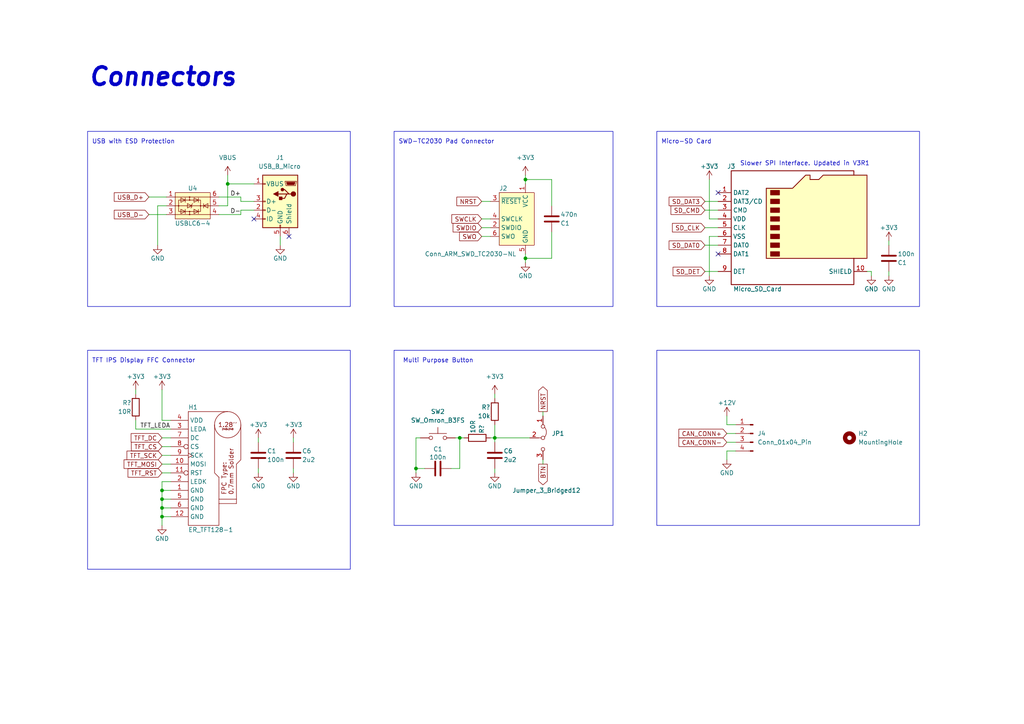
<source format=kicad_sch>
(kicad_sch (version 20230121) (generator eeschema)
  (paper "A4")
  (title_block (date "2023-08-02") (rev "R0") (company "s-grundner"))
  (lib_symbols
    (symbol "Connector:Conn_01x04_Pin" (pin_names (offset 1.016) hide)
      (property "Reference" "J" (at 0 5.08 0))
      (property "Value" "Conn_01x04_Pin" (at 0 -7.62 0))
      (symbol "Conn_01x04_Pin_1_1"
        (polyline (pts (xy 1.27 -5.08) (xy 0.8636 -5.08)) (stroke (width 0.1524)))
        (polyline (pts (xy 1.27 -2.54) (xy 0.8636 -2.54)) (stroke (width 0.1524)))
        (polyline (pts (xy 1.27 0) (xy 0.8636 0)) (stroke (width 0.1524)))
        (polyline (pts (xy 1.27 2.54) (xy 0.8636 2.54)) (stroke (width 0.1524)))
        (rectangle (start 0.8636 -4.953) (end 0 -5.207) (stroke (width 0.1524)) (fill (type outline)))
        (rectangle (start 0.8636 -2.413) (end 0 -2.667) (stroke (width 0.1524)) (fill (type outline)))
        (rectangle (start 0.8636 0.127) (end 0 -0.127) (stroke (width 0.1524)) (fill (type outline)))
        (rectangle (start 0.8636 2.667) (end 0 2.413) (stroke (width 0.1524)) (fill (type outline)))
        (pin passive line (at 5.08 2.54 180) (length 3.81) (name "Pin_1") (number "1"))
        (pin passive line (at 5.08 0 180) (length 3.81) (name "Pin_2") (number "2"))
        (pin passive line (at 5.08 -2.54 180) (length 3.81) (name "Pin_3") (number "3"))
        (pin passive line (at 5.08 -5.08 180) (length 3.81) (name "Pin_4") (number "4"))
      )
    )
    (symbol "Connector:Conn_ARM_SWD_TagConnect_TC2030-NL" (in_bom no)
      (property "Reference" "J" (at 2.54 11.43 0))
      (property "Value" "Conn_ARM_SWD_TagConnect_TC2030-NL" (at 2.54 8.89 0))
      (symbol "Conn_ARM_SWD_TagConnect_TC2030-NL_0_0"
        (pin power_in line (at -2.54 10.16 270) (length 2.54) (name "VCC") (number "1"))
        (pin bidirectional line (at 7.62 -2.54 180) (length 2.54) (name "SWDIO") (number "2"))
        (pin open_collector line (at 7.62 5.08 180) (length 2.54) (name "~{RESET}") (number "3"))
        (pin output line (at 7.62 0 180) (length 2.54) (name "SWCLK") (number "4"))
        (pin power_in line (at -2.54 -10.16 90) (length 2.54) (name "GND") (number "5"))
        (pin input line (at 7.62 -5.08 180) (length 2.54) (name "SWO") (number "6"))
      )
      (symbol "Conn_ARM_SWD_TagConnect_TC2030-NL_0_1"
        (rectangle (start -5.08 7.62) (end 5.08 -7.62) (fill (type background)))
      )
    )
    (symbol "Connector:Micro_SD_Card_Det1"
      (property "Reference" "J" (at -16.51 17.78 0))
      (property "Value" "Micro_SD_Card_Det1" (at 16.51 17.78 0))
      (property "LCSC Part #" "C428492" (at 0 0 0))
      (symbol "Micro_SD_Card_Det1_0_1"
        (rectangle (start -7.62 -6.985) (end -5.08 -8.255) (stroke (width 0.254)) (fill (type outline)))
        (rectangle (start -7.62 -4.445) (end -5.08 -5.715) (stroke (width 0.254)) (fill (type outline)))
        (rectangle (start -7.62 -1.905) (end -5.08 -3.175) (stroke (width 0.254)) (fill (type outline)))
        (rectangle (start -7.62 0.635) (end -5.08 -0.635) (stroke (width 0.254)) (fill (type outline)))
        (rectangle (start -7.62 3.175) (end -5.08 1.905) (stroke (width 0.254)) (fill (type outline)))
        (rectangle (start -7.62 5.715) (end -5.08 4.445) (stroke (width 0.254)) (fill (type outline)))
        (rectangle (start -7.62 8.255) (end -5.08 6.985) (stroke (width 0.254)) (fill (type outline)))
        (rectangle (start -7.62 10.795) (end -5.08 9.525) (stroke (width 0.254)) (fill (type outline)))
        (polyline (pts (xy 16.51 15.24) (xy 16.51 16.51) (xy -19.05 16.51) (xy -19.05 -16.51) (xy 16.51 -16.51) (xy 16.51 -8.89)) (stroke (width 0.254)))
        (polyline (pts (xy -8.89 -8.89) (xy -8.89 11.43) (xy -1.27 11.43) (xy 2.54 15.24) (xy 3.81 15.24) (xy 3.81 13.97) (xy 6.35 13.97) (xy 7.62 15.24) (xy 20.32 15.24) (xy 20.32 -8.89) (xy -8.89 -8.89)) (stroke (width 0.254)) (fill (type background)))
      )
      (symbol "Micro_SD_Card_Det1_1_1"
        (pin bidirectional line (at -22.86 10.16 0) (length 3.81) (name "DAT2") (number "1"))
        (pin passive line (at 20.32 -12.7 180) (length 3.81) (name "SHIELD") (number "10"))
        (pin bidirectional line (at -22.86 7.62 0) (length 3.81) (name "DAT3/CD") (number "2"))
        (pin input line (at -22.86 5.08 0) (length 3.81) (name "CMD") (number "3"))
        (pin power_in line (at -22.86 2.54 0) (length 3.81) (name "VDD") (number "4"))
        (pin input line (at -22.86 0 0) (length 3.81) (name "CLK") (number "5"))
        (pin power_in line (at -22.86 -2.54 0) (length 3.81) (name "VSS") (number "6"))
        (pin bidirectional line (at -22.86 -5.08 0) (length 3.81) (name "DAT0") (number "7"))
        (pin bidirectional line (at -22.86 -7.62 0) (length 3.81) (name "DAT1") (number "8"))
        (pin passive line (at -22.86 -12.7 0) (length 3.81) (name "DET") (number "9"))
      )
    )
    (symbol "Connector:USB_B_Micro" (pin_names (offset 1.016))
      (property "Reference" "J" (at -5.08 11.43 0))
      (property "Value" "USB_B_Micro" (at -5.08 8.89 0))
      (symbol "USB_B_Micro_0_1"
        (rectangle (start -5.08 -7.62) (end 5.08 7.62) (stroke (width 0.254)) (fill (type background)))
        (circle (center -3.81 2.159) (radius 0.635) (stroke (width 0.254)) (fill (type outline)))
        (circle (center -0.635 3.429) (radius 0.381) (stroke (width 0.254)) (fill (type outline)))
        (rectangle (start -0.127 -7.62) (end 0.127 -6.858))
        (polyline (pts (xy -1.905 2.159) (xy 0.635 2.159)) (stroke (width 0.254)))
        (polyline (pts (xy -3.175 2.159) (xy -2.54 2.159) (xy -1.27 3.429) (xy -0.635 3.429)) (stroke (width 0.254)))
        (polyline (pts (xy -2.54 2.159) (xy -1.905 2.159) (xy -1.27 0.889) (xy 0 0.889)) (stroke (width 0.254)))
        (polyline (pts (xy 0.635 2.794) (xy 0.635 1.524) (xy 1.905 2.159) (xy 0.635 2.794)) (stroke (width 0.254)) (fill (type outline)))
        (polyline (pts (xy -4.318 5.588) (xy -1.778 5.588) (xy -2.032 4.826) (xy -4.064 4.826) (xy -4.318 5.588)) (fill (type outline)))
        (polyline (pts (xy -4.699 5.842) (xy -4.699 5.588) (xy -4.445 4.826) (xy -4.445 4.572) (xy -1.651 4.572) (xy -1.651 4.826) (xy -1.397 5.588) (xy -1.397 5.842) (xy -4.699 5.842)))
        (rectangle (start 0.254 1.27) (end -0.508 0.508) (stroke (width 0.254)) (fill (type outline)))
        (rectangle (start 5.08 -5.207) (end 4.318 -4.953))
        (rectangle (start 5.08 -2.667) (end 4.318 -2.413))
        (rectangle (start 5.08 -0.127) (end 4.318 0.127))
        (rectangle (start 5.08 4.953) (end 4.318 5.207))
      )
      (symbol "USB_B_Micro_1_1"
        (pin power_out line (at 7.62 5.08 180) (length 2.54) (name "VBUS") (number "1"))
        (pin bidirectional line (at 7.62 -2.54 180) (length 2.54) (name "D-") (number "2"))
        (pin bidirectional line (at 7.62 0 180) (length 2.54) (name "D+") (number "3"))
        (pin passive line (at 7.62 -5.08 180) (length 2.54) (name "ID") (number "4"))
        (pin power_out line (at 0 -10.16 90) (length 2.54) (name "GND") (number "5"))
        (pin passive line (at -2.54 -10.16 90) (length 2.54) (name "Shield") (number "6"))
      )
    )
    (symbol "Device:C" (pin_numbers hide) (pin_names (offset 0.254))
      (property "Reference" "C" (at 0.635 2.54 0))
      (property "Value" "C" (at 0.635 -2.54 0))
      (symbol "C_0_1"
        (polyline (pts (xy -2.032 -0.762) (xy 2.032 -0.762)) (stroke (width 0.508)))
        (polyline (pts (xy -2.032 0.762) (xy 2.032 0.762)) (stroke (width 0.508)))
      )
      (symbol "C_1_1"
        (pin passive line (at 0 3.81 270) (length 2.794) (name "~") (number "1"))
        (pin passive line (at 0 -3.81 90) (length 2.794) (name "~") (number "2"))
      )
    )
    (symbol "Device:R" (pin_numbers hide) (pin_names (offset 0))
      (property "Reference" "R" (at 2.032 0 90))
      (property "Value" "R" (at 0 0 90))
      (symbol "R_0_1"
        (rectangle (start -1.016 -2.54) (end 1.016 2.54) (stroke (width 0.254)))
      )
      (symbol "R_1_1"
        (pin passive line (at 0 3.81 270) (length 1.27) (name "~") (number "1"))
        (pin passive line (at 0 -3.81 90) (length 1.27) (name "~") (number "2"))
      )
    )
    (symbol "Display_Graphic:ER_TFT128-1"
      (property "Reference" "H" (at 10.16 1.27 0))
      (property "Value" "ER_TFT128-1" (at 10.16 -35.56 0))
      (symbol "ER_TFT128-1_0_0"
        (text "" (at 21.59 -15.24 0) (effects (font (size 1.27 1.27))))
      )
      (symbol "ER_TFT128-1_0_1"
        (polyline (pts (xy 19.05 -26.67) (xy 19.05 -15.24)))
        (polyline (pts (xy 19.05 -15.24) (xy 20.32 -13.97) (xy 20.32 -3.81)))
        (circle (center 16.51 -3.81) (radius 3.81))
      )
      (symbol "ER_TFT128-1_1_1"
        (polyline (pts (xy 13.97 -26.67) (xy 19.05 -26.67)) (fill (type outline)))
        (polyline (pts (xy 16.51 0) (xy 5.08 0)))
        (polyline (pts (xy 17.78 0) (xy 17.78 0)))
        (polyline (pts (xy 19.05 -25.4) (xy 13.97 -25.4)))
        (polyline (pts (xy 12.7 -3.81) (xy 12.7 -17.78) (xy 13.97 -19.05)))
        (polyline (pts (xy 5.08 0) (xy 5.08 -33.02) (xy 13.97 -33.02) (xy 13.97 -19.05)))
        (text "1.28''" (at 16.51 -3.81 0) (effects (font (size 1.27 1.27))))
        (text "240x240" (at 16.51 -5.08 0) (effects (font (size 0.508 0.508))))
        (text "FPC Type:\n0.7mm Solder\n" (at 16.51 -24.13 900) (effects (font (size 1.27 1.27)) (justify left)))
        (pin passive line (at 0 -22.86 0) (length 5.08) (name "GND") (number "1"))
        (pin passive line (at 0 -15.24 0) (length 5.08) (name "MOSI") (number "10"))
        (pin passive inverted (at 0 -17.78 0) (length 5.08) (name "RST") (number "11"))
        (pin passive line (at 0 -30.48 0) (length 5.08) (name "GND") (number "12"))
        (pin passive line (at 0 -20.32 0) (length 5.08) (name "LEDK") (number "2"))
        (pin passive line (at 0 -5.08 0) (length 5.08) (name "LEDA") (number "3"))
        (pin passive line (at 0 -2.54 0) (length 5.08) (name "VDD") (number "4"))
        (pin passive line (at 0 -25.4 0) (length 5.08) (name "GND") (number "5"))
        (pin passive line (at 0 -27.94 0) (length 5.08) (name "GND") (number "6"))
        (pin passive line (at 0 -7.62 0) (length 5.08) (name "DC") (number "7"))
        (pin passive inverted (at 0 -10.16 0) (length 5.08) (name "CS") (number "8"))
        (pin passive clock (at 0 -12.7 0) (length 5.08) (name "SCK") (number "9"))
      )
    )
    (symbol "Jumper:Jumper_3_Bridged12" (pin_names (offset 0) hide)
      (property "Reference" "JP" (at -2.54 -2.54 0))
      (property "Value" "Jumper_3_Bridged12" (at 0 2.794 0))
      (symbol "Jumper_3_Bridged12_0_0"
        (circle (center -3.302 0) (radius 0.508))
        (circle (center 0 0) (radius 0.508))
        (circle (center 3.302 0) (radius 0.508))
      )
      (symbol "Jumper_3_Bridged12_0_1"
        (arc (start -0.254 0.508) (mid -1.651 0.9912) (end -3.048 0.508))
        (polyline (pts (xy 0 -1.27) (xy 0 -0.508)))
      )
      (symbol "Jumper_3_Bridged12_1_1"
        (pin passive line (at -6.35 0 0) (length 2.54) (name "A") (number "1"))
        (pin passive line (at 0 -3.81 90) (length 2.54) (name "C") (number "2"))
        (pin passive line (at 6.35 0 180) (length 2.54) (name "B") (number "3"))
      )
    )
    (symbol "Mechanical:MountingHole" (pin_names (offset 1.016))
      (property "Reference" "H" (at 0 5.08 0))
      (property "Value" "MountingHole" (at 0 3.175 0))
      (symbol "MountingHole_0_1"
        (circle (center 0 0) (radius 1.27) (stroke (width 1.27)))
      )
    )
    (symbol "Power_Protection:WE-TVS-82400102"
      (property "Reference" "U" (at 0 7.62 0))
      (property "Value" "WE-TVS-82400102" (at 0 5.08 0))
      (symbol "WE-TVS-82400102_0_1"
        (rectangle (start -5.08 3.81) (end 5.08 -3.81) (fill (type background)))
        (circle (center -4.064 0) (radius 0.127))
        (rectangle (start -4.064 1.651) (end 2.286 -1.651))
        (circle (center -0.889 -2.54) (radius 0.127))
        (circle (center -0.889 -1.651) (radius 0.127))
        (circle (center -0.889 1.651) (radius 0.127))
        (circle (center -0.889 2.54) (radius 0.127))
        (polyline (pts (xy -5.08 -2.54) (xy 5.08 -2.54)))
        (polyline (pts (xy -5.08 2.54) (xy 5.08 2.54)))
        (polyline (pts (xy -4.064 0) (xy -5.08 0)))
        (polyline (pts (xy -4.064 0) (xy 2.286 0)) (fill (type outline)))
        (polyline (pts (xy -2.159 -1.016) (xy -2.159 -2.286)))
        (polyline (pts (xy -2.159 2.286) (xy -2.159 1.016)))
        (polyline (pts (xy -0.889 -1.651) (xy -0.889 -2.413)))
        (polyline (pts (xy -0.889 1.651) (xy -0.889 2.54)))
        (polyline (pts (xy -0.508 -0.635) (xy -0.508 -0.635)))
        (polyline (pts (xy 1.651 -1.016) (xy 1.651 -2.286)))
        (polyline (pts (xy 1.651 2.286) (xy 1.651 1.016)))
        (polyline (pts (xy 2.286 0) (xy 5.08 0)))
        (polyline (pts (xy -3.429 -1.016) (xy -3.429 -2.286) (xy -2.159 -1.651) (xy -3.429 -1.016)))
        (polyline (pts (xy -3.429 1.016) (xy -3.429 2.286) (xy -2.159 1.651) (xy -3.429 1.016)))
        (polyline (pts (xy 0 0.635) (xy -0.254 0.381) (xy -0.254 -0.381) (xy -0.508 -0.635)))
        (polyline (pts (xy 0.381 -1.016) (xy 0.381 -2.286) (xy 1.651 -1.651) (xy 0.381 -1.016)))
        (polyline (pts (xy 0.381 1.016) (xy 0.381 2.286) (xy 1.651 1.651) (xy 0.381 1.016)))
        (circle (center 2.286 0) (radius 0.127))
      )
      (symbol "WE-TVS-82400102_1_1"
        (polyline (pts (xy 3.175 0.635) (xy 3.175 -0.635)))
        (polyline (pts (xy -1.524 0.635) (xy -1.524 -0.635) (xy -0.254 0) (xy -1.524 0.635)))
        (polyline (pts (xy 4.445 0.635) (xy 4.445 -0.635) (xy 3.175 0) (xy 4.445 0.635)))
        (pin passive line (at -7.62 2.54 0) (length 2.54) (name "~") (number "1"))
        (pin passive line (at -7.62 0 0) (length 2.54) (name "~") (number "2"))
        (pin passive line (at -7.62 -2.54 0) (length 2.54) (name "~") (number "3"))
        (pin passive line (at 7.62 -2.54 180) (length 2.54) (name "~") (number "4"))
        (pin passive line (at 7.62 0 180) (length 2.54) (name "~") (number "5"))
        (pin passive line (at 7.62 2.54 180) (length 2.54) (name "~") (number "6"))
      )
    )
    (symbol "Switch:SW_Omron_B3FS" (pin_numbers hide) (pin_names (offset 1.016) hide)
      (property "Reference" "SW" (at 1.27 2.54 0))
      (property "Value" "SW_Omron_B3FS" (at 0 -1.524 0))
      (symbol "SW_Omron_B3FS_0_1"
        (circle (center -2.032 0) (radius 0.508))
        (polyline (pts (xy 0 1.27) (xy 0 3.048)))
        (polyline (pts (xy 2.54 1.27) (xy -2.54 1.27)))
        (circle (center 2.032 0) (radius 0.508))
        (pin passive line (at -5.08 0 0) (length 2.54) (name "1") (number "1"))
        (pin passive line (at 5.08 0 180) (length 2.54) (name "2") (number "2"))
      )
    )
    (symbol "power:+12V" (power) (pin_names (offset 0))
      (property "Value" "+12V" (at 0 3.556 0))
      (symbol "+12V_0_1"
        (polyline (pts (xy -0.762 1.27) (xy 0 2.54)))
        (polyline (pts (xy 0 0) (xy 0 2.54)))
        (polyline (pts (xy 0 2.54) (xy 0.762 1.27)))
      )
      (symbol "+12V_1_1"
        (pin power_in line (at 0 0 90) (length 0) hide (name "+12V") (number "1"))
      )
    )
    (symbol "power:+3V3" (power) (pin_names (offset 0))
      (property "Value" "+3V3" (at 0 3.556 0))
      (symbol "+3V3_0_1"
        (polyline (pts (xy -0.762 1.27) (xy 0 2.54)))
        (polyline (pts (xy 0 0) (xy 0 2.54)))
        (polyline (pts (xy 0 2.54) (xy 0.762 1.27)))
      )
      (symbol "+3V3_1_1"
        (pin power_in line (at 0 0 90) (length 0) hide (name "+3V3") (number "1"))
      )
    )
    (symbol "power:GND" (power) (pin_names (offset 0))
      (property "Value" "GND" (at 0 -3.81 0))
      (symbol "GND_0_1"
        (polyline (pts (xy 0 0) (xy 0 -1.27) (xy 1.27 -1.27) (xy 0 -2.54) (xy -1.27 -1.27) (xy 0 -1.27)))
      )
      (symbol "GND_1_1"
        (pin power_in line (at 0 0 270) (length 0) hide (name "GND") (number "1"))
      )
    )
    (symbol "power:VBUS" (power) (pin_names (offset 0))
      (property "Value" "VBUS" (at 0 3.81 0))
      (symbol "VBUS_0_1"
        (polyline (pts (xy -0.762 1.27) (xy 0 2.54)))
        (polyline (pts (xy 0 0) (xy 0 2.54)))
        (polyline (pts (xy 0 2.54) (xy 0.762 1.27)))
      )
      (symbol "VBUS_1_1"
        (pin power_in line (at 0 0 90) (length 0) hide (name "VBUS") (number "1"))
      )
    )
  )
  (junction (at 46.99 149.86))
  (junction (at 143.51 127))
  (junction (at 66.04 53.34))
  (junction (at 152.4 74.93))
  (junction (at 46.99 144.78))
  (junction (at 46.99 147.32))
  (junction (at 152.4 52.07))
  (junction (at 46.99 142.24))
  (junction (at 133.35 127))
  (junction (at 120.65 135.89))
  (no_connect (at 208.28 55.88))
  (no_connect (at 73.66 63.5))
  (no_connect (at 208.28 73.66))
  (no_connect (at 83.82 68.58))
  (wire (pts (xy 46.99 139.7) (xy 46.99 142.24)))
  (wire (pts (xy 139.7 63.5) (xy 142.24 63.5)))
  (wire (pts (xy 152.4 73.66) (xy 152.4 74.93)))
  (wire (pts (xy 46.99 134.62) (xy 49.53 134.62)))
  (wire (pts (xy 210.82 128.27) (xy 213.36 128.27)))
  (wire (pts (xy 133.35 127) (xy 134.62 127)))
  (wire (pts (xy 66.04 59.69) (xy 66.04 53.34)))
  (wire (pts (xy 39.37 124.46) (xy 49.53 124.46)))
  (wire (pts (xy 257.81 80.01) (xy 257.81 78.74)))
  (wire (pts (xy 210.82 125.73) (xy 213.36 125.73)))
  (wire (pts (xy 120.65 127) (xy 121.92 127)))
  (wire (pts (xy 143.51 127) (xy 153.67 127)))
  (wire (pts (xy 143.51 135.89) (xy 143.51 137.16)))
  (wire (pts (xy 46.99 149.86) (xy 46.99 152.4)))
  (wire (pts (xy 46.99 113.03) (xy 46.99 121.92)))
  (wire (pts (xy 139.7 66.04) (xy 142.24 66.04)))
  (wire (pts (xy 142.24 127) (xy 143.51 127)))
  (wire (pts (xy 210.82 120.65) (xy 210.82 123.19)))
  (wire (pts (xy 85.09 137.16) (xy 85.09 135.89)))
  (wire (pts (xy 63.5 62.23) (xy 69.85 62.23)))
  (wire (pts (xy 204.47 78.74) (xy 208.28 78.74)))
  (wire (pts (xy 120.65 127) (xy 120.65 135.89)))
  (wire (pts (xy 210.82 123.19) (xy 213.36 123.19)))
  (wire (pts (xy 143.51 127) (xy 143.51 128.27)))
  (wire (pts (xy 85.09 127) (xy 85.09 128.27)))
  (wire (pts (xy 157.48 119.38) (xy 157.48 120.65)))
  (wire (pts (xy 139.7 68.58) (xy 142.24 68.58)))
  (wire (pts (xy 46.99 144.78) (xy 46.99 147.32)))
  (wire (pts (xy 204.47 71.12) (xy 208.28 71.12)))
  (wire (pts (xy 123.19 135.89) (xy 120.65 135.89)))
  (wire (pts (xy 46.99 142.24) (xy 46.99 144.78)))
  (wire (pts (xy 49.53 121.92) (xy 46.99 121.92)))
  (wire (pts (xy 139.7 58.42) (xy 142.24 58.42)))
  (wire (pts (xy 152.4 52.07) (xy 152.4 53.34)))
  (wire (pts (xy 74.93 127) (xy 74.93 128.27)))
  (wire (pts (xy 160.02 67.31) (xy 160.02 74.93)))
  (wire (pts (xy 69.85 57.15) (xy 69.85 58.42)))
  (wire (pts (xy 160.02 52.07) (xy 160.02 59.69)))
  (wire (pts (xy 130.81 135.89) (xy 133.35 135.89)))
  (wire (pts (xy 81.28 71.12) (xy 81.28 68.58)))
  (wire (pts (xy 152.4 50.8) (xy 152.4 52.07)))
  (wire (pts (xy 208.28 63.5) (xy 205.74 63.5)))
  (wire (pts (xy 210.82 130.81) (xy 213.36 130.81)))
  (wire (pts (xy 143.51 123.19) (xy 143.51 127)))
  (wire (pts (xy 205.74 68.58) (xy 205.74 80.01)))
  (wire (pts (xy 160.02 74.93) (xy 152.4 74.93)))
  (wire (pts (xy 133.35 127) (xy 133.35 135.89)))
  (wire (pts (xy 251.46 78.74) (xy 252.73 78.74)))
  (wire (pts (xy 46.99 129.54) (xy 49.53 129.54)))
  (wire (pts (xy 252.73 78.74) (xy 252.73 80.01)))
  (wire (pts (xy 43.18 62.23) (xy 48.26 62.23)))
  (wire (pts (xy 39.37 113.03) (xy 39.37 114.3)))
  (wire (pts (xy 120.65 135.89) (xy 120.65 137.16)))
  (wire (pts (xy 49.53 142.24) (xy 46.99 142.24)))
  (wire (pts (xy 152.4 52.07) (xy 160.02 52.07)))
  (wire (pts (xy 69.85 58.42) (xy 73.66 58.42)))
  (wire (pts (xy 204.47 66.04) (xy 208.28 66.04)))
  (wire (pts (xy 46.99 147.32) (xy 49.53 147.32)))
  (wire (pts (xy 46.99 137.16) (xy 49.53 137.16)))
  (wire (pts (xy 66.04 50.8) (xy 66.04 53.34)))
  (wire (pts (xy 204.47 58.42) (xy 208.28 58.42)))
  (wire (pts (xy 143.51 114.3) (xy 143.51 115.57)))
  (wire (pts (xy 74.93 137.16) (xy 74.93 135.89)))
  (wire (pts (xy 43.18 57.15) (xy 48.26 57.15)))
  (wire (pts (xy 45.72 59.69) (xy 45.72 71.12)))
  (wire (pts (xy 204.47 60.96) (xy 208.28 60.96)))
  (wire (pts (xy 39.37 124.46) (xy 39.37 121.92)))
  (wire (pts (xy 49.53 139.7) (xy 46.99 139.7)))
  (wire (pts (xy 48.26 59.69) (xy 45.72 59.69)))
  (wire (pts (xy 208.28 68.58) (xy 205.74 68.58)))
  (wire (pts (xy 69.85 62.23) (xy 69.85 60.96)))
  (wire (pts (xy 132.08 127) (xy 133.35 127)))
  (wire (pts (xy 210.82 130.81) (xy 210.82 133.35)))
  (wire (pts (xy 205.74 52.07) (xy 205.74 63.5)))
  (wire (pts (xy 69.85 60.96) (xy 73.66 60.96)))
  (wire (pts (xy 46.99 144.78) (xy 49.53 144.78)))
  (wire (pts (xy 46.99 132.08) (xy 49.53 132.08)))
  (wire (pts (xy 63.5 57.15) (xy 69.85 57.15)))
  (wire (pts (xy 46.99 127) (xy 49.53 127)))
  (wire (pts (xy 152.4 74.93) (xy 152.4 76.2)))
  (wire (pts (xy 257.81 71.12) (xy 257.81 69.85)))
  (wire (pts (xy 66.04 53.34) (xy 73.66 53.34)))
  (wire (pts (xy 46.99 147.32) (xy 46.99 149.86)))
  (wire (pts (xy 63.5 59.69) (xy 66.04 59.69)))
  (wire (pts (xy 46.99 149.86) (xy 49.53 149.86)))
  (wire (pts (xy 157.48 134.62) (xy 157.48 133.35)))
  (rectangle (start 114.3 38.1) (end 177.8 88.9))
  (rectangle (start 190.5 101.6) (end 266.7 152.4))
  (rectangle (start 190.5 38.1) (end 266.7 88.9))
  (rectangle (start 25.4 101.6) (end 101.6 165.1))
  (rectangle (start 114.3 101.6) (end 177.8 152.4))
  (rectangle (start 25.4 38.1) (end 101.6 88.9))
  (text "TFT IPS Display FFC Connector" (at 26.67 105.41 0) (effects (font (size 1.27 1.27)) (justify left bottom)))
  (text "Slower SPI Interface. Updated in V3R1" (at 214.63 48.26 0) (effects (font (size 1.27 1.27)) (justify left bottom)))
  (text "SWD-TC2030 Pad Connector\n" (at 115.57 41.91 0) (effects (font (size 1.27 1.27)) (justify left bottom)))
  (text "Micro-SD Card\n" (at 191.77 41.91 0) (effects (font (size 1.27 1.27)) (justify left bottom)))
  (text "Connectors" (at 25.4 25.4 0) (effects (font (size 5.08 5.08) (thickness 1.016) bold italic) (justify left bottom)))
  (text "USB with ESD Protection\n" (at 26.67 41.91 0) (effects (font (size 1.27 1.27)) (justify left bottom)))
  (text "Multi Purpose Button" (at 116.84 105.41 0) (effects (font (size 1.27 1.27)) (justify left bottom)))
  (label "TFT_LEDA" (at 40.64 124.46 0))
  (label "D+" (at 69.85 57.15 180))
  (label "D-" (at 69.85 62.23 180))
  (global_label "TFT_DC" (shape input) (at 46.99 127 180) (property "Intersheetrefs" "${INTERSHEET_REFS}" (effects hide)))
  (global_label "CAN_CONN+" (shape input) (at 210.82 125.73 180) (property "Intersheetrefs" "${INTERSHEET_REFS}" (effects hide)))
  (global_label "BTN" (shape output) (at 157.48 134.62 270) (property "Intersheetrefs" "${INTERSHEET_REFS}" (effects hide)))
  (global_label "SD_DET" (shape input) (at 204.47 78.74 180) (property "Intersheetrefs" "${INTERSHEET_REFS}" (effects hide)))
  (global_label "SD_DAT3" (shape input) (at 204.47 58.42 180) (property "Intersheetrefs" "${INTERSHEET_REFS}" (effects hide)))
  (global_label "NRST" (shape input) (at 139.7 58.42 180) (property "Intersheetrefs" "${INTERSHEET_REFS}" (effects hide)))
  (global_label "USB_D-" (shape input) (at 43.18 62.23 180) (property "Intersheetrefs" "${INTERSHEET_REFS}" (effects hide)))
  (global_label "NRST" (shape output) (at 157.48 119.38 90) (property "Intersheetrefs" "${INTERSHEET_REFS}" (effects hide)))
  (global_label "SD_CMD" (shape input) (at 204.47 60.96 180) (property "Intersheetrefs" "${INTERSHEET_REFS}" (effects hide)))
  (global_label "TFT_MOSI" (shape input) (at 46.99 134.62 180) (property "Intersheetrefs" "${INTERSHEET_REFS}" (effects hide)))
  (global_label "SWCLK" (shape input) (at 139.7 63.5 180) (property "Intersheetrefs" "${INTERSHEET_REFS}" (effects hide)))
  (global_label "SWDIO" (shape input) (at 139.7 66.04 180) (property "Intersheetrefs" "${INTERSHEET_REFS}" (effects hide)))
  (global_label "TFT_SCK" (shape input) (at 46.99 132.08 180) (property "Intersheetrefs" "${INTERSHEET_REFS}" (effects hide)))
  (global_label "SWO" (shape input) (at 139.7 68.58 180) (property "Intersheetrefs" "${INTERSHEET_REFS}" (effects hide)))
  (global_label "TFT_CS" (shape input) (at 46.99 129.54 180) (property "Intersheetrefs" "${INTERSHEET_REFS}" (effects hide)))
  (global_label "USB_D+" (shape input) (at 43.18 57.15 180) (property "Intersheetrefs" "${INTERSHEET_REFS}" (effects hide)))
  (global_label "SD_DAT0" (shape input) (at 204.47 71.12 180) (property "Intersheetrefs" "${INTERSHEET_REFS}" (effects hide)))
  (global_label "SD_CLK" (shape input) (at 204.47 66.04 180) (property "Intersheetrefs" "${INTERSHEET_REFS}" (effects hide)))
  (global_label "CAN_CONN-" (shape input) (at 210.82 128.27 180) (property "Intersheetrefs" "${INTERSHEET_REFS}" (effects hide)))
  (global_label "TFT_RST" (shape input) (at 46.99 137.16 180) (property "Intersheetrefs" "${INTERSHEET_REFS}" (effects hide)))
  (symbol (lib_id "power:+3V3") (at 152.4 50.8 0) (unit 1)
    (property "Reference" "#PWR07" (effects hide))
    (property "Value" "+3V3" (at 152.4 45.72 0))
    (instances (project "STM32F4_HexGauge_V3" (path "" (reference "#PWR07") (unit 1)) (path "" (reference "#PWR036") (unit 1))))
  )
  (symbol (lib_id "power:GND") (at 205.74 80.01 0) (unit 1)
    (property "Reference" "#PWR06" (effects hide))
    (property "Value" "GND" (at 205.74 83.82 0))
    (instances (project "STM32F4_HexGauge_V3" (path "" (reference "#PWR06") (unit 1)) (path "" (reference "#PWR041") (unit 1))))
  )
  (symbol (lib_id "power:GND") (at 143.51 137.16 0) (unit 1)
    (property "Reference" "#PWR050" (effects hide))
    (property "Value" "GND" (at 143.51 140.97 0))
  )
  (symbol (lib_id "power:+3V3") (at 85.09 127 0) (unit 1)
    (property "Reference" "#PWR046" (effects hide))
    (property "Value" "+3V3" (at 85.09 123.19 0))
  )
  (symbol (lib_id "power:+3V3") (at 205.74 52.07 0) (unit 1)
    (property "Reference" "#PWR07" (effects hide))
    (property "Value" "+3V3" (at 205.74 48.26 0))
    (instances (project "STM32F4_HexGauge_V3" (path "" (reference "#PWR07") (unit 1)) (path "" (reference "#PWR034") (unit 1))))
  )
  (symbol (lib_id "Device:R") (at 143.51 119.38 0) (unit 1)
    (property "Reference" "R?" (at 142.24 118.11 0) (effects (justify right)))
    (property "Value" "10k" (at 142.24 120.65 0) (effects (justify right)))
    (property "Footprint" "Resistor_SMD:R_0402_1005Metric" (effects hide))
    (property "LCSC Part #" "C25744" (effects hide))
    (instances (project "CTN" (path "" (reference "R?") (unit 1))) (project "STM32F4_HexGauge_V3" (path "" (reference "R16") (unit 1))) (project "FastHexGauge" (path "" (reference "R4") (unit 1)) (path "" (reference "R6") (unit 1))))
  )
  (symbol (lib_id "power:GND") (at 81.28 71.12 0) (unit 1)
    (property "Reference" "#PWR09" (effects hide))
    (property "Value" "GND" (at 81.28 74.93 0))
    (instances (project "STM32F4_HexGauge_V3" (path "" (reference "#PWR09") (unit 1)) (path "" (reference "#PWR039") (unit 1))))
  )
  (symbol (lib_id "power:+3V3") (at 257.81 69.85 0) (unit 1)
    (property "Reference" "#PWR07" (effects hide))
    (property "Value" "+3V3" (at 257.81 66.04 0))
    (instances (project "STM32F4_HexGauge_V3" (path "" (reference "#PWR07") (unit 1)) (path "" (reference "#PWR037") (unit 1))))
  )
  (symbol (lib_id "Device:C") (at 143.51 132.08 0) (unit 1)
    (property "Reference" "C6" (at 146.05 130.81 0) (effects (justify left)))
    (property "Value" "2u2" (at 146.05 133.35 0) (effects (justify left)))
    (property "Footprint" "Capacitor_SMD:C_0603_1608Metric" (effects hide))
    (property "LCSC Part #" "C23630" (effects hide))
    (instances (project "STM32F4_HexGauge_V3" (path "" (reference "C6") (unit 1)) (path "" (reference "C1") (unit 1)) (path "" (reference "C11") (unit 1)) (path "" (reference "C27") (unit 1))))
  )
  (symbol (lib_id "power:+3V3") (at 46.99 113.03 0) (unit 1)
    (property "Reference" "#PWR043" (effects hide))
    (property "Value" "+3V3" (at 46.99 109.22 0))
  )
  (symbol (lib_id "power:GND") (at 45.72 71.12 0) (unit 1)
    (property "Reference" "#PWR06" (effects hide))
    (property "Value" "GND" (at 45.72 74.93 0))
    (instances (project "STM32F4_HexGauge_V3" (path "" (reference "#PWR06") (unit 1)) (path "" (reference "#PWR038") (unit 1))))
  )
  (symbol (lib_id "Device:C") (at 257.81 74.93 0) (unit 1)
    (property "Reference" "C1" (at 260.35 76.2 0) (effects (justify left)))
    (property "Value" "100n" (at 260.35 73.66 0) (effects (justify left)))
    (property "Footprint" "Capacitor_SMD:C_0805_2012Metric_Pad1.18x1.45mm_HandSolder" (effects hide))
    (instances (project "STM32F4_HexGauge_V3" (path "" (reference "C1") (unit 1)) (path "" (reference "C6") (unit 1)) (path "" (reference "C12") (unit 1)) (path "" (reference "C30") (unit 1))))
  )
  (symbol (lib_id "power:GND") (at 257.81 80.01 0) (unit 1)
    (property "Reference" "#PWR06" (effects hide))
    (property "Value" "GND" (at 257.81 83.82 0))
    (instances (project "STM32F4_HexGauge_V3" (path "" (reference "#PWR06") (unit 1)) (path "" (reference "#PWR018") (unit 1))))
  )
  (symbol (lib_id "power:+12V") (at 210.82 120.65 0) (unit 1)
    (property "Reference" "#PWR056" (effects hide))
    (property "Value" "+12V" (at 210.82 116.84 0))
  )
  (symbol (lib_id "Jumper:Jumper_3_Bridged12") (at 157.48 127 270) (unit 1)
    (property "Reference" "JP1" (at 160.02 125.73 90) (effects (justify left)))
    (property "Value" "Jumper_3_Bridged12" (at 148.59 142.24 90) (effects (justify left)))
    (property "Footprint" "Jumper:SolderJumper-3_P1.3mm_Open_RoundedPad1.0x1.5mm" (effects hide))
  )
  (symbol (lib_id "Connector:USB_B_Micro") (at 81.28 58.42 0) (mirror y) (unit 1)
    (property "Reference" "J1" (at 80.01 45.72 0) (effects (justify right)))
    (property "Value" "USB_B_Micro" (at 74.93 48.26 0) (effects (justify right)))
    (property "Footprint" "Connector_USB:USB_Micro-B_XKB_U254-051T-4BH83-F1S" (effects hide))
    (property "Datasheet" "https://datasheet.lcsc.com/lcsc/2003201905_XKB-Connectivity-U254-051T-4BH83-S1S_C319160.pdf" (effects hide))
    (property "LCSC Part #" "C397452" (effects hide))
  )
  (symbol (lib_id "Device:C") (at 85.09 132.08 0) (unit 1)
    (property "Reference" "C6" (at 87.63 130.81 0) (effects (justify left)))
    (property "Value" "2u2" (at 87.63 133.35 0) (effects (justify left)))
    (property "Footprint" "Capacitor_SMD:C_0805_2012Metric_Pad1.18x1.45mm_HandSolder" (effects hide))
    (instances (project "STM32F4_HexGauge_V3" (path "" (reference "C6") (unit 1)) (path "" (reference "C1") (unit 1)) (path "" (reference "C11") (unit 1)) (path "" (reference "C26") (unit 1))))
  )
  (symbol (lib_id "power:GND") (at 85.09 137.16 0) (unit 1)
    (property "Reference" "#PWR048" (effects hide))
    (property "Value" "GND" (at 85.09 140.97 0))
  )
  (symbol (lib_id "Device:C") (at 127 135.89 270) (unit 1)
    (property "Reference" "C1" (at 127 129.54 90) (effects (justify top)))
    (property "Value" "100n" (at 127 133.35 90) (effects (justify bottom)))
    (property "Footprint" "Capacitor_SMD:C_0402_1005Metric" (effects hide))
    (property "LCSC Part #" "C1525" (effects hide))
    (instances (project "STM32F4_HexGauge_V3" (path "" (reference "C1") (unit 1)) (path "" (reference "C6") (unit 1)) (path "" (reference "C12") (unit 1)) (path "" (reference "C28") (unit 1))))
  )
  (symbol (lib_id "power:+3V3") (at 143.51 114.3 0) (unit 1)
    (property "Reference" "#PWR044" (effects hide))
    (property "Value" "+3V3" (at 143.51 109.22 0))
  )
  (symbol (lib_id "Device:R") (at 39.37 118.11 0) (unit 1)
    (property "Reference" "R?" (at 38.1 116.84 0) (effects (justify right)))
    (property "Value" "10R" (at 38.1 119.38 0) (effects (justify right)))
    (property "Footprint" "Resistor_SMD:R_0805_2012Metric_Pad1.20x1.40mm_HandSolder" (effects hide))
    (instances (project "CTN" (path "" (reference "R?") (unit 1))) (project "STM32F4_HexGauge_V3" (path "" (reference "R15") (unit 1))) (project "FastHexGauge" (path "" (reference "R4") (unit 1)) (path "" (reference "R6") (unit 1))))
  )
  (symbol (lib_id "Device:C") (at 74.93 132.08 0) (unit 1)
    (property "Reference" "C1" (at 77.47 130.81 0) (effects (justify left)))
    (property "Value" "100n" (at 77.47 133.35 0) (effects (justify left)))
    (property "Footprint" "Capacitor_SMD:C_0805_2012Metric_Pad1.18x1.45mm_HandSolder" (effects hide))
    (instances (project "STM32F4_HexGauge_V3" (path "" (reference "C1") (unit 1)) (path "" (reference "C6") (unit 1)) (path "" (reference "C12") (unit 1)) (path "" (reference "C25") (unit 1))))
  )
  (symbol (lib_id "Display_Graphic:ER_TFT128-1") (at 49.53 119.38 0) (unit 1)
    (property "Reference" "H1" (at 54.61 118.11 0) (effects (justify left)))
    (property "Value" "ER_TFT128-1" (at 54.61 153.67 0) (effects (justify left)))
    (property "Footprint" "Display:ER_TFT128-1" (effects hide))
    (property "Datasheet" "https://www.buydisplay.com/download/manual/ER-TFT1.28-1_Datasheet.pdf" (effects hide))
  )
  (symbol (lib_id "power:+3V3") (at 74.93 127 0) (unit 1)
    (property "Reference" "#PWR045" (effects hide))
    (property "Value" "+3V3" (at 74.93 123.19 0))
  )
  (symbol (lib_id "Device:C") (at 160.02 63.5 0) (unit 1)
    (property "Reference" "C1" (at 162.56 64.77 0) (effects (justify left)))
    (property "Value" "470n" (at 162.56 62.23 0) (effects (justify left)))
    (property "Footprint" "Capacitor_SMD:C_0402_1005Metric" (effects hide))
    (property "LCSC Part #" "C1525" (effects hide))
    (instances (project "STM32F4_HexGauge_V3" (path "" (reference "C1") (unit 1)) (path "" (reference "C6") (unit 1)) (path "" (reference "C12") (unit 1)) (path "" (reference "C12") (unit 1))))
  )
  (symbol (lib_id "Device:R") (at 138.43 127 270) (unit 1)
    (property "Reference" "R?" (at 139.7 125.73 0) (effects (justify right)))
    (property "Value" "10R" (at 137.16 125.73 0) (effects (justify right)))
    (property "Footprint" "Resistor_SMD:R_0402_1005Metric" (effects hide))
    (property "LCSC Part #" "C25077" (effects hide))
    (instances (project "CTN" (path "" (reference "R?") (unit 1))) (project "STM32F4_HexGauge_V3" (path "" (reference "R17") (unit 1))) (project "FastHexGauge" (path "" (reference "R4") (unit 1)) (path "" (reference "R6") (unit 1))))
  )
  (symbol (lib_id "Mechanical:MountingHole") (at 246.38 127 0) (unit 1)
    (property "Reference" "H2" (at 248.92 125.73 0) (effects (justify left)))
    (property "Value" "MountingHole" (at 248.92 128.27 0) (effects (justify left)))
    (property "Footprint" "MountingHole:MountingHole_3.2mm_M3_Pad_Via" (effects hide))
  )
  (symbol (lib_id "power:GND") (at 152.4 76.2 0) (unit 1)
    (property "Reference" "#PWR06" (effects hide))
    (property "Value" "GND" (at 152.4 80.01 0))
    (instances (project "STM32F4_HexGauge_V3" (path "" (reference "#PWR06") (unit 1)) (path "" (reference "#PWR040") (unit 1))))
  )
  (symbol (lib_id "Connector:Conn_ARM_SWD_TagConnect_TC2030-NL") (at 149.86 63.5 0) (mirror y) (unit 1) (in_bom no)
    (property "Reference" "J2" (at 144.78 54.61 0) (effects (justify right)))
    (property "Value" "Conn_ARM_SWD_TC2030-NL" (at 123.19 73.66 0) (effects (justify right)))
    (property "Footprint" "Connector:Tag-Connect_TC2030-IDC-NL_2x03_P1.27mm_Vertical" (effects hide))
    (property "Datasheet" "https://www.tag-connect.com/wp-content/uploads/bsk-pdf-manager/TC2030-CTX_1.pdf" (effects hide))
  )
  (symbol (lib_id "power:+3V3") (at 39.37 113.03 0) (unit 1)
    (property "Reference" "#PWR042" (effects hide))
    (property "Value" "+3V3" (at 39.37 109.22 0))
  )
  (symbol (lib_id "Connector:Micro_SD_Card_Det1") (at 231.14 66.04 0) (unit 1)
    (property "Reference" "J3" (at 212.09 48.26 0))
    (property "Value" "Micro_SD_Card" (at 219.71 83.82 0))
    (property "Footprint" "SamacSys_Parts:503398-1892" (effects hide))
    (property "Datasheet" "https://datasheet.lcsc.com/lcsc/1912111437_MOLEX-5033981892_C428492.pdf" (effects hide))
    (property "LCSC Part #" "C428492" (effects hide))
  )
  (symbol (lib_id "power:VBUS") (at 66.04 50.8 0) (unit 1)
    (property "Reference" "#PWR08" (effects hide))
    (property "Value" "VBUS" (at 66.04 45.72 0))
    (instances (project "STM32F4_HexGauge_V3" (path "" (reference "#PWR08") (unit 1)) (path "" (reference "#PWR035") (unit 1))))
  )
  (symbol (lib_id "Power_Protection:WE-TVS-82400102") (at 55.88 59.69 0) (unit 1)
    (property "Reference" "U4" (at 55.88 54.61 0))
    (property "Value" "USBLC6-4" (at 55.88 64.77 0))
    (property "Footprint" "Package_TO_SOT_SMD:SOT-23-6" (effects hide))
    (property "Datasheet" "https://katalog.we-online.de/pbs/datasheet/82400102.pdf" (effects hide))
    (property "LCSC Part #" "C111212" (effects hide))
    (instances (project "STM32F4_HexGauge_V3" (path "" (reference "U4") (unit 1)) (path "" (reference "U6") (unit 1))))
  )
  (symbol (lib_id "Connector:Conn_01x04_Pin") (at 218.44 125.73 0) (mirror y) (unit 1)
    (property "Reference" "J4" (at 219.71 125.73 0) (effects (justify right)))
    (property "Value" "Conn_01x04_Pin" (at 219.71 128.27 0) (effects (justify right)))
    (property "Footprint" "Connector_Molex:Molex_Micro-Latch_53253-0470_1x04_P2.00mm_Vertical" (effects hide))
  )
  (symbol (lib_id "power:GND") (at 46.99 152.4 0) (unit 1)
    (property "Reference" "#PWR051" (effects hide))
    (property "Value" "GND" (at 46.99 156.21 0))
  )
  (symbol (lib_id "power:GND") (at 74.93 137.16 0) (unit 1)
    (property "Reference" "#PWR047" (effects hide))
    (property "Value" "GND" (at 74.93 140.97 0))
  )
  (symbol (lib_id "power:GND") (at 252.73 80.01 0) (unit 1)
    (property "Reference" "#PWR06" (effects hide))
    (property "Value" "GND" (at 252.73 83.82 0))
    (instances (project "STM32F4_HexGauge_V3" (path "" (reference "#PWR06") (unit 1)) (path "" (reference "#PWR054") (unit 1))))
  )
  (symbol (lib_id "power:GND") (at 120.65 137.16 0) (unit 1)
    (property "Reference" "#PWR049" (effects hide))
    (property "Value" "GND" (at 120.65 140.97 0))
  )
  (symbol (lib_id "Switch:SW_Omron_B3FS") (at 127 127 0) (unit 1)
    (property "Reference" "SW2" (at 127 119.38 0))
    (property "Value" "SW_Omron_B3FS" (at 127 121.92 0))
    (property "Footprint" "Button_Switch_SMD:Panasonic_EVQPUL_EVQPUC" (effects hide))
    (property "Datasheet" "https://omronfs.omron.com/en_US/ecb/products/pdf/en-b3fs.pdf" (effects hide))
  )
  (symbol (lib_id "power:GND") (at 210.82 133.35 0) (unit 1)
    (property "Reference" "#PWR057" (effects hide))
    (property "Value" "GND" (at 210.82 137.16 0))
  )
)
</source>
